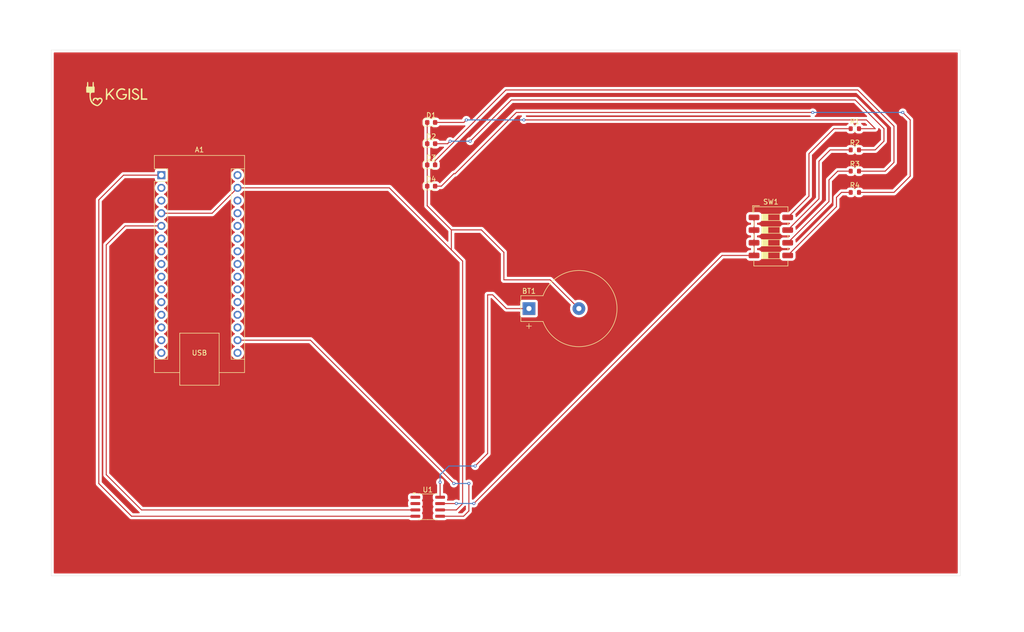
<source format=kicad_pcb>
(kicad_pcb (version 20241229) (generator "pcbnew") (generator_version "9.0")
  (layers (0 "F.Cu" signal) (2 "B.Cu" signal) (13 "F.Paste" user) (15 "B.Paste" user) (5 "F.SilkS" user "F.Silkscreen") (7 "B.SilkS" user "B.Silkscreen") (1 "F.Mask" user) (3 "B.Mask" user) (25 "Edge.Cuts" user))
  (net 0 "")
  (net 1 "Net-(U1-GND)")
  (net 11 "Net-(A1-3V3)")
  (net 15 "Net-(A1-D2)")
  (net 29 "Net-(A1-D1{slash}TX)")
  (net 30 "Net-(BT1-+)")
  (net 31 "GND")
  (net 32 "Net-(D2-A)")
  (net 33 "Net-(D3-A)")
  (net 34 "Net-(D4-A)")
  (net 35 "Net-(R1-Pad1)")
  (net 36 "Net-(R2-Pad1)")
  (net 37 "Net-(R3-Pad1)")
  (net 38 "Net-(R4-Pad1)")
  (net 39 "Net-(U1-IN-)")
  (footprint "Module:Arduino_Nano" (layer "F.Cu") (at 81.26 67.55)
    (property "Reference" "A1" (at 7.62 -5.08 0) (layer "F.SilkS"))
    (property "Value" "Arduino_Nano_ESP32")
    (fp_line (start -1.4 -3.94) (end -1.4 -1.27) (stroke (width 0.12)) (layer "F.SilkS"))
    (fp_line (start -1.4 1.27) (end -1.4 39.5) (stroke (width 0.12)) (layer "F.SilkS"))
    (fp_line (start -1.4 39.5) (end 3.68 39.5) (stroke (width 0.12)) (layer "F.SilkS"))
    (fp_line (start 1.27 -1.27) (end -1.4 -1.27) (stroke (width 0.12)) (layer "F.SilkS"))
    (fp_line (start 1.27 1.27) (end -1.4 1.27) (stroke (width 0.12)) (layer "F.SilkS"))
    (fp_line (start 1.27 1.27) (end 1.27 -1.27) (stroke (width 0.12)) (layer "F.SilkS"))
    (fp_line (start 1.27 1.27) (end 1.27 36.83) (stroke (width 0.12)) (layer "F.SilkS"))
    (fp_line (start 1.27 36.83) (end -1.4 36.83) (stroke (width 0.12)) (layer "F.SilkS"))
    (fp_line (start 3.68 31.62) (end 11.56 31.62) (stroke (width 0.12)) (layer "F.SilkS"))
    (fp_line (start 3.68 42.04) (end 3.68 31.62) (stroke (width 0.12)) (layer "F.SilkS"))
    (fp_line (start 11.56 31.62) (end 11.56 42.04) (stroke (width 0.12)) (layer "F.SilkS"))
    (fp_line (start 11.56 42.04) (end 3.68 42.04) (stroke (width 0.12)) (layer "F.SilkS"))
    (fp_line (start 13.97 -1.27) (end 13.97 36.83) (stroke (width 0.12)) (layer "F.SilkS"))
    (fp_line (start 13.97 -1.27) (end 16.64 -1.27) (stroke (width 0.12)) (layer "F.SilkS"))
    (fp_line (start 13.97 36.83) (end 16.64 36.83) (stroke (width 0.12)) (layer "F.SilkS"))
    (fp_line (start 16.64 -3.94) (end -1.4 -3.94) (stroke (width 0.12)) (layer "F.SilkS"))
    (fp_line (start 16.64 39.5) (end 11.56 39.5) (stroke (width 0.12)) (layer "F.SilkS"))
    (fp_line (start 16.64 39.5) (end 16.64 -3.94) (stroke (width 0.12)) (layer "F.SilkS"))
    (fp_text user "USB" (at 7.62 35.56 0) (layer "F.SilkS"))
    (pad "1" thru_hole rect (at 0 0) (size 1.6 1.6) (drill 1) (layers "*.Cu" "*.Mask") (net 29 "Net-(A1-D1{slash}TX)"))
    (pad "2" thru_hole oval (at 0 2.54) (size 1.6 1.6) (drill 1) (layers "*.Cu" "*.Mask"))
    (pad "3" thru_hole oval (at 0 5.08) (size 1.6 1.6) (drill 1) (layers "*.Cu" "*.Mask"))
    (pad "4" thru_hole oval (at 0 7.62) (size 1.6 1.6) (drill 1) (layers "*.Cu" "*.Mask") (net 1 "Net-(U1-GND)"))
    (pad "5" thru_hole oval (at 0 10.16) (size 1.6 1.6) (drill 1) (layers "*.Cu" "*.Mask") (net 15 "Net-(A1-D2)"))
    (pad "6" thru_hole oval (at 0 12.7) (size 1.6 1.6) (drill 1) (layers "*.Cu" "*.Mask"))
    (pad "7" thru_hole oval (at 0 15.24) (size 1.6 1.6) (drill 1) (layers "*.Cu" "*.Mask"))
    (pad "8" thru_hole oval (at 0 17.78) (size 1.6 1.6) (drill 1) (layers "*.Cu" "*.Mask"))
    (pad "9" thru_hole oval (at 0 20.32) (size 1.6 1.6) (drill 1) (layers "*.Cu" "*.Mask"))
    (pad "10" thru_hole oval (at 0 22.86) (size 1.6 1.6) (drill 1) (layers "*.Cu" "*.Mask"))
    (pad "11" thru_hole oval (at 0 25.4) (size 1.6 1.6) (drill 1) (layers "*.Cu" "*.Mask"))
    (pad "12" thru_hole oval (at 0 27.94) (size 1.6 1.6) (drill 1) (layers "*.Cu" "*.Mask"))
    (pad "13" thru_hole oval (at 0 30.48) (size 1.6 1.6) (drill 1) (layers "*.Cu" "*.Mask"))
    (pad "14" thru_hole oval (at 0 33.02) (size 1.6 1.6) (drill 1) (layers "*.Cu" "*.Mask"))
    (pad "15" thru_hole oval (at 0 35.56) (size 1.6 1.6) (drill 1) (layers "*.Cu" "*.Mask"))
    (pad "16" thru_hole oval (at 15.24 35.56) (size 1.6 1.6) (drill 1) (layers "*.Cu" "*.Mask"))
    (pad "17" thru_hole oval (at 15.24 33.02) (size 1.6 1.6) (drill 1) (layers "*.Cu" "*.Mask") (net 11 "Net-(A1-3V3)"))
    (pad "18" thru_hole oval (at 15.24 30.48) (size 1.6 1.6) (drill 1) (layers "*.Cu" "*.Mask"))
    (pad "19" thru_hole oval (at 15.24 27.94) (size 1.6 1.6) (drill 1) (layers "*.Cu" "*.Mask"))
    (pad "20" thru_hole oval (at 15.24 25.4) (size 1.6 1.6) (drill 1) (layers "*.Cu" "*.Mask"))
    (pad "21" thru_hole oval (at 15.24 22.86) (size 1.6 1.6) (drill 1) (layers "*.Cu" "*.Mask"))
    (pad "22" thru_hole oval (at 15.24 20.32) (size 1.6 1.6) (drill 1) (layers "*.Cu" "*.Mask"))
    (pad "23" thru_hole oval (at 15.24 17.78) (size 1.6 1.6) (drill 1) (layers "*.Cu" "*.Mask"))
    (pad "24" thru_hole oval (at 15.24 15.24) (size 1.6 1.6) (drill 1) (layers "*.Cu" "*.Mask"))
    (pad "25" thru_hole oval (at 15.24 12.7) (size 1.6 1.6) (drill 1) (layers "*.Cu" "*.Mask"))
    (pad "26" thru_hole oval (at 15.24 10.16) (size 1.6 1.6) (drill 1) (layers "*.Cu" "*.Mask"))
    (pad "27" thru_hole oval (at 15.24 7.62) (size 1.6 1.6) (drill 1) (layers "*.Cu" "*.Mask"))
    (pad "28" thru_hole oval (at 15.24 5.08) (size 1.6 1.6) (drill 1) (layers "*.Cu" "*.Mask"))
    (pad "29" thru_hole oval (at 15.24 2.54) (size 1.6 1.6) (drill 1) (layers "*.Cu" "*.Mask") (net 1 "Net-(U1-GND)"))
    (pad "30" thru_hole oval (at 15.24 0) (size 1.6 1.6) (drill 1) (layers "*.Cu" "*.Mask"))
  )
  (footprint "Resistor_SMD:R_0603_1608Metric" (layer "F.Cu") (at 219.925 58.25)
    (property "Reference" "R1" (at 0 -1.43 0) (layer "F.SilkS"))
    (property "Value" "R")
    (fp_line (start -0.237258 -0.5225) (end 0.237258 -0.5225) (stroke (width 0.12)) (layer "F.SilkS"))
    (fp_line (start -0.237258 0.5225) (end 0.237258 0.5225) (stroke (width 0.12)) (layer "F.SilkS"))
    (pad "1" smd roundrect (at -0.825 0) (size 0.8 0.95) (layers "F.Cu" "F.Mask" "F.Paste") (net 35 "Net-(R1-Pad1)"))
    (pad "2" smd roundrect (at 0.825 0) (size 0.8 0.95) (layers "F.Cu" "F.Mask" "F.Paste") (net 1 "Net-(U1-GND)"))
  )
  (footprint "Resistor_SMD:R_0603_1608Metric" (layer "F.Cu") (at 219.925 66.75)
    (property "Reference" "R3" (at 0 -1.43 0) (layer "F.SilkS"))
    (property "Value" "R")
    (fp_line (start -0.237258 -0.5225) (end 0.237258 -0.5225) (stroke (width 0.12)) (layer "F.SilkS"))
    (fp_line (start -0.237258 0.5225) (end 0.237258 0.5225) (stroke (width 0.12)) (layer "F.SilkS"))
    (pad "1" smd roundrect (at -0.825 0) (size 0.8 0.95) (layers "F.Cu" "F.Mask" "F.Paste") (net 37 "Net-(R3-Pad1)"))
    (pad "2" smd roundrect (at 0.825 0) (size 0.8 0.95) (layers "F.Cu" "F.Mask" "F.Paste") (net 33 "Net-(D3-A)"))
  )
  (footprint "LED_SMD:LED_0603_1608Metric" (layer "F.Cu") (at 135.2125 57)
    (property "Reference" "D1" (at 0 -1.43 0) (layer "F.SilkS"))
    (property "Value" "LED")
    (fp_line (start -1.485 -0.735) (end -1.485 0.735) (stroke (width 0.12)) (layer "F.SilkS"))
    (fp_line (start -1.485 0.735) (end 0.8 0.735) (stroke (width 0.12)) (layer "F.SilkS"))
    (fp_line (start 0.8 -0.735) (end -1.485 -0.735) (stroke (width 0.12)) (layer "F.SilkS"))
    (pad "1" smd roundrect (at -0.7875 0) (size 0.875 0.95) (layers "F.Cu" "F.Mask" "F.Paste") (net 1 "Net-(U1-GND)"))
    (pad "2" smd roundrect (at 0.7875 0) (size 0.875 0.95) (layers "F.Cu" "F.Mask" "F.Paste") (net 1 "Net-(U1-GND)"))
  )
  (footprint "LED_SMD:LED_0603_1608Metric" (layer "F.Cu") (at 135.2125 61.25)
    (property "Reference" "D2" (at 0 -1.43 0) (layer "F.SilkS"))
    (property "Value" "LED")
    (fp_line (start -1.485 -0.735) (end -1.485 0.735) (stroke (width 0.12)) (layer "F.SilkS"))
    (fp_line (start -1.485 0.735) (end 0.8 0.735) (stroke (width 0.12)) (layer "F.SilkS"))
    (fp_line (start 0.8 -0.735) (end -1.485 -0.735) (stroke (width 0.12)) (layer "F.SilkS"))
    (pad "1" smd roundrect (at -0.7875 0) (size 0.875 0.95) (layers "F.Cu" "F.Mask" "F.Paste") (net 1 "Net-(U1-GND)"))
    (pad "2" smd roundrect (at 0.7875 0) (size 0.875 0.95) (layers "F.Cu" "F.Mask" "F.Paste") (net 32 "Net-(D2-A)"))
  )
  (footprint "Package_SO:SOIC-8_3.9x4.9mm_P1.27mm" (layer "F.Cu") (at 134.525 133.905)
    (property "Reference" "U1" (at 0 -3.4 0) (layer "F.SilkS"))
    (property "Value" "INA219AxD")
    (fp_line (start 0 -2.56) (end -1.95 -2.56) (stroke (width 0.12)) (layer "F.SilkS"))
    (fp_line (start 0 -2.56) (end 1.95 -2.56) (stroke (width 0.12)) (layer "F.SilkS"))
    (fp_line (start 0 2.56) (end -1.95 2.56) (stroke (width 0.12)) (layer "F.SilkS"))
    (fp_line (start 0 2.56) (end 1.95 2.56) (stroke (width 0.12)) (layer "F.SilkS"))
    (fp_poly (pts (xy -2.7 -2.465) (xy -2.94 -2.795) (xy -2.46 -2.795) (xy -2.7 -2.465)) (stroke (width 0.12)) (fill yes) (layer "F.SilkS"))
    (pad "1" smd roundrect (at -2.475 -1.905) (size 1.95 0.6) (layers "F.Cu" "F.Mask" "F.Paste"))
    (pad "2" smd roundrect (at -2.475 -0.635) (size 1.95 0.6) (layers "F.Cu" "F.Mask" "F.Paste"))
    (pad "3" smd roundrect (at -2.475 0.635) (size 1.95 0.6) (layers "F.Cu" "F.Mask" "F.Paste") (net 15 "Net-(A1-D2)"))
    (pad "4" smd roundrect (at -2.475 1.905) (size 1.95 0.6) (layers "F.Cu" "F.Mask" "F.Paste") (net 29 "Net-(A1-D1{slash}TX)"))
    (pad "5" smd roundrect (at 2.475 1.905) (size 1.95 0.6) (layers "F.Cu" "F.Mask" "F.Paste") (net 11 "Net-(A1-3V3)"))
    (pad "6" smd roundrect (at 2.475 0.635) (size 1.95 0.6) (layers "F.Cu" "F.Mask" "F.Paste") (net 1 "Net-(U1-GND)"))
    (pad "7" smd roundrect (at 2.475 -0.635) (size 1.95 0.6) (layers "F.Cu" "F.Mask" "F.Paste") (net 39 "Net-(U1-IN-)"))
    (pad "8" smd roundrect (at 2.475 -1.905) (size 1.95 0.6) (layers "F.Cu" "F.Mask" "F.Paste") (net 30 "Net-(BT1-+)"))
  )
  (footprint "LED_SMD:LED_0603_1608Metric" (layer "F.Cu") (at 135.2125 69.75)
    (property "Reference" "D4" (at 0 -1.43 0) (layer "F.SilkS"))
    (property "Value" "LED")
    (fp_line (start -1.485 -0.735) (end -1.485 0.735) (stroke (width 0.12)) (layer "F.SilkS"))
    (fp_line (start -1.485 0.735) (end 0.8 0.735) (stroke (width 0.12)) (layer "F.SilkS"))
    (fp_line (start 0.8 -0.735) (end -1.485 -0.735) (stroke (width 0.12)) (layer "F.SilkS"))
    (pad "1" smd roundrect (at -0.7875 0) (size 0.875 0.95) (layers "F.Cu" "F.Mask" "F.Paste") (net 1 "Net-(U1-GND)"))
    (pad "2" smd roundrect (at 0.7875 0) (size 0.875 0.95) (layers "F.Cu" "F.Mask" "F.Paste") (net 34 "Net-(D4-A)"))
  )
  (footprint "Resistor_SMD:R_0603_1608Metric" (layer "F.Cu") (at 219.925 71)
    (property "Reference" "R4" (at 0 -1.43 0) (layer "F.SilkS"))
    (property "Value" "R")
    (fp_line (start -0.237258 -0.5225) (end 0.237258 -0.5225) (stroke (width 0.12)) (layer "F.SilkS"))
    (fp_line (start -0.237258 0.5225) (end 0.237258 0.5225) (stroke (width 0.12)) (layer "F.SilkS"))
    (pad "1" smd roundrect (at -0.825 0) (size 0.8 0.95) (layers "F.Cu" "F.Mask" "F.Paste") (net 38 "Net-(R4-Pad1)"))
    (pad "2" smd roundrect (at 0.825 0) (size 0.8 0.95) (layers "F.Cu" "F.Mask" "F.Paste") (net 34 "Net-(D4-A)"))
  )
  (footprint "Battery:BatteryHolder_Keystone_500" (layer "F.Cu") (at 154.7678 94.25)
    (property "Reference" "BT1" (at 0 -3.5 0) (layer "F.SilkS"))
    (property "Value" "Battery")
    (fp_line (start -1.6256 -2.5781) (end -1.6256 2.5781) (stroke (width 0.12)) (layer "F.SilkS"))
    (fp_line (start -1.6256 -2.5781) (end 2.81 -2.5781) (stroke (width 0.12)) (layer "F.SilkS"))
    (fp_line (start -1.6256 2.5781) (end 2.81 2.5781) (stroke (width 0.12)) (layer "F.SilkS"))
    (fp_line (start 0 3) (end 0 4) (stroke (width 0.12)) (layer "F.SilkS"))
    (fp_line (start 0.5 3.5) (end -0.5 3.5) (stroke (width 0.12)) (layer "F.SilkS"))
    (fp_arc (start 2.81 -2.5781) (mid 17.603686 0) (end 2.81 2.5781) (stroke (width 0.12)) (layer "F.SilkS"))
    (pad "1" thru_hole rect (at 0 0) (size 2.54 2.54) (drill 1.016) (layers "*.Cu" "*.Mask") (net 30 "Net-(BT1-+)"))
    (pad "2" thru_hole circle (at 9.9822 0) (size 2.54 2.54) (drill 1.016) (layers "*.Cu" "*.Mask") (net 1 "Net-(U1-GND)"))
  )
  (footprint "LED_SMD:LED_0603_1608Metric" (layer "F.Cu") (at 135.2125 65.5)
    (property "Reference" "D3" (at 0 -1.43 0) (layer "F.SilkS"))
    (property "Value" "LED")
    (fp_line (start -1.485 -0.735) (end -1.485 0.735) (stroke (width 0.12)) (layer "F.SilkS"))
    (fp_line (start -1.485 0.735) (end 0.8 0.735) (stroke (width 0.12)) (layer "F.SilkS"))
    (fp_line (start 0.8 -0.735) (end -1.485 -0.735) (stroke (width 0.12)) (layer "F.SilkS"))
    (pad "1" smd roundrect (at -0.7875 0) (size 0.875 0.95) (layers "F.Cu" "F.Mask" "F.Paste") (net 1 "Net-(U1-GND)"))
    (pad "2" smd roundrect (at 0.7875 0) (size 0.875 0.95) (layers "F.Cu" "F.Mask" "F.Paste") (net 33 "Net-(D3-A)"))
  )
  (footprint "logo:final logo" (layer "F.Cu") (at 72 51)
    (property "Reference" "G***" (hide yes))
    (property "Value" "LOGO" (hide yes))
    (fp_poly (pts (xy 3.013559 0.338256) (xy 3.013559 1.476028) (xy 2.859806 1.476028) (xy 2.706053 1.476028) (xy 2.706053 0.338256) (xy 2.706053 -0.799517) (xy 2.859806 -0.799517) (xy 3.013559 -0.799517)) (fill yes) (layer "F.SilkS"))
    (fp_poly (pts (xy 5.473607 0.184503) (xy 5.473607 1.168522) (xy 5.965617 1.168522) (xy 6.209634 1.170161) (xy 6.355746 1.180304) (xy 6.42905 1.206796) (xy 6.454641 1.257478) (xy 6.457627 1.322275) (xy 6.457627 1.476028) (xy 5.811864 1.476028) (xy 5.166101 1.476028) (xy 5.166101 0.338256) (xy 5.166101 -0.799517) (xy 5.319854 -0.799517) (xy 5.473607 -0.799517)) (fill yes) (layer "F.SilkS"))
    (fp_poly (pts (xy -1.634351 -0.820816) (xy -1.597067 -0.777477) (xy -1.574154 -0.677774) (xy -1.560336 -0.499227) (xy -1.550688 -0.231339) (xy -1.533094 0.367589) (xy -1.003024 -0.215964) (xy -0.772176 -0.46514) (xy -0.602468 -0.633842) (xy -0.476561 -0.736307) (xy -0.377113 -0.786772) (xy -0.292252 -0.799517) (xy -0.111549 -0.799517) (xy -0.35782 -0.507386) (xy -0.534511 -0.306342) (xy -0.720713 -0.107381) (xy -0.819607 -0.008351) (xy -1.035123 0.198554) (xy -0.548312 0.786355) (xy -0.362288 1.014858) (xy -0.209066 1.210471) (xy -0.103812 1.353293) (xy -0.061694 1.423426) (xy -0.061502 1.425093) (xy -0.113538 1.465316) (xy -0.195513 1.476028) (xy -0.298519 1.434841) (xy -0.440852 1.332896) (xy -0.586087 1.202615) (xy -0.697798 1.076421) (xy -0.739659 0.991664) (xy -0.778902 0.928934) (xy -0.878541 0.806958) (xy -0.977622 0.695504) (xy -1.213941 0.43774) (xy -1.375736 0.606618) (xy -1.472967 0.729641) (xy -1.52173 0.866937) (xy -1.537123 1.066951) (xy -1.537531 1.125762) (xy -1.541165 1.323719) (xy -1.560812 1.428332) (xy -1.609591 1.469222) (xy -1.692641 1.476028) (xy -1.847751 1.476028) (xy -1.831019 0.322881) (xy -1.824594 -0.080004) (xy -1.817395 -0.376245) (xy -1.807442 -0.582195) (xy -1.792752 -0.714208) (xy -1.771344 -0.788636) (xy -1.741236 -0.821832) (xy -1.700447 -0.83015) (xy -1.691284 -0.830267)) (fill yes) (layer "F.SilkS"))
    (fp_poly (pts (xy 1.575987 -0.832821) (xy 1.728231 -0.791438) (xy 1.955716 -0.69347) (xy 2.061338 -0.591014) (xy 2.046195 -0.4829) (xy 2.033445 -0.465966) (xy 1.965022 -0.407671) (xy 1.878967 -0.416578) (xy 1.780402 -0.46288) (xy 1.489406 -0.550421) (xy 1.194979 -0.531391) (xy 0.923102 -0.418652) (xy 0.699753 -0.225068) (xy 0.550913 0.036498) (xy 0.517034 0.162644) (xy 0.51713 0.387765) (xy 0.579359 0.637973) (xy 0.686239 0.864002) (xy 0.820016 1.016397) (xy 1.08467 1.146139) (xy 1.374816 1.19909) (xy 1.632823 1.167518) (xy 1.83146 1.06151) (xy 1.992524 0.903979) (xy 2.082476 0.731472) (xy 2.091041 0.668219) (xy 2.072062 0.598969) (xy 1.995531 0.564471) (xy 1.832058 0.553763) (xy 1.783535 0.55351) (xy 1.599091 0.547034) (xy 1.507102 0.519547) (xy 1.477344 0.458958) (xy 1.476029 0.430508) (xy 1.486752 0.368049) (xy 1.535784 0.33119) (xy 1.648413 0.313302) (xy 1.849928 0.307757) (xy 1.945286 0.307505) (xy 2.414543 0.307505) (xy 2.382557 0.591286) (xy 2.288768 0.924272) (xy 2.100394 1.191799) (xy 1.835022 1.378231) (xy 1.510243 1.467931) (xy 1.390057 1.473621) (xy 1.164716 1.454741) (xy 0.958933 1.40983) (xy 0.891767 1.384557) (xy 0.583775 1.181148) (xy 0.365648 0.916558) (xy 0.237411 0.611971) (xy 0.19909 0.288572) (xy 0.25071 -0.032452) (xy 0.392297 -0.329917) (xy 0.623874 -0.582637) (xy 0.889223 -0.745416) (xy 1.233577 -0.847692)) (fill yes) (layer "F.SilkS"))
    (fp_poly (pts (xy 4.28181 -0.833886) (xy 4.429571 -0.764105) (xy 4.593067 -0.641982) (xy 4.629426 -0.607639) (xy 4.741811 -0.486949) (xy 4.774284 -0.41205) (xy 4.737744 -0.345773) (xy 4.713589 -0.320646) (xy 4.631955 -0.255913) (xy 4.570089 -0.284454) (xy 4.521092 -0.349269) (xy 4.369032 -0.484234) (xy 4.171264 -0.555626) (xy 3.967633 -0.559707) (xy 3.797985 -0.492736) (xy 3.732962 -0.423254) (xy 3.684222 -0.252933) (xy 3.755404 -0.09269) (xy 3.943555 0.053053) (xy 4.100288 0.127246) (xy 4.464626 0.307683) (xy 4.71181 0.504959) (xy 4.839776 0.717133) (xy 4.858595 0.84068) (xy 4.825468 1.087773) (xy 4.712484 1.265596) (xy 4.499235 1.404427) (xy 4.46925 1.418405) (xy 4.297332 1.492641) (xy 4.176205 1.522093) (xy 4.047118 1.512316) (xy 3.875461 1.474537) (xy 3.718904 1.405714) (xy 3.55193 1.285911) (xy 3.410032 1.146718) (xy 3.328704 1.019725) (xy 3.321065 0.981118) (xy 3.362453 0.894701) (xy 3.462389 0.883388) (xy 3.584525 0.94402) (xy 3.650277 1.009728) (xy 3.826677 1.152327) (xy 4.043256 1.219066) (xy 4.25864 1.204567) (xy 4.424672 1.110436) (xy 4.531121 0.930913) (xy 4.539439 0.811165) (xy 4.511791 0.718308) (xy 4.437771 0.633715) (xy 4.295037 0.53893) (xy 4.061245 0.415499) (xy 4.059079 0.414413) (xy 3.830277 0.289738) (xy 3.635199 0.165583) (xy 3.50853 0.0645) (xy 3.491561 0.045405) (xy 3.397302 -0.159554) (xy 3.406535 -0.368323) (xy 3.501934 -0.561626) (xy 3.666174 -0.720186) (xy 3.88193 -0.824724) (xy 4.131876 -0.855965)) (fill yes) (layer "F.SilkS"))
    (fp_poly (pts (xy -4.279598 -2.084472) (xy -4.254106 -1.968985) (xy -4.24445 -1.759435) (xy -4.243584 -1.619533) (xy -4.238791 -1.380472) (xy -4.221207 -1.241207) (xy -4.186025 -1.178786) (xy -4.149105 -1.168524) (xy -4.105459 -1.151052) (xy -4.079263 -1.084551) (xy -4.067808 -0.947893) (xy -4.068385 -0.719952) (xy -4.072229 -0.568887) (xy -4.089831 0.03075) (xy -4.437043 0.049003) (xy -4.624547 0.06541) (xy -4.745878 0.106086) (xy -4.815471 0.193765) (xy -4.847764 0.351179) (xy -4.857193 0.601061) (xy -4.857756 0.711476) (xy -4.80923 1.189396) (xy -4.667041 1.613333) (xy -4.439658 1.969766) (xy -4.135545 2.245172) (xy -3.789742 2.417256) (xy -3.49398 2.518032) (xy -3.263517 2.332826) (xy -2.997552 2.082018) (xy -2.811623 1.827982) (xy -2.735076 1.644792) (xy -2.74261 1.482354) (xy -2.833321 1.366022) (xy -2.972482 1.306852) (xy -3.125367 1.3159) (xy -3.25725 1.404224) (xy -3.297143 1.46583) (xy -3.391687 1.627639) (xy -3.470422 1.674628) (xy -3.553485 1.609613) (xy -3.618113 1.510694) (xy -3.76526 1.337425) (xy -3.919243 1.281031) (xy -4.06099 1.338148) (xy -4.171431 1.505407) (xy -4.205525 1.614406) (xy -4.263896 1.736983) (xy -4.338938 1.783534) (xy -4.441167 1.736363) (xy -4.481908 1.616348) (xy -4.463589 1.455736) (xy -4.388641 1.286774) (xy -4.292744 1.170224) (xy -4.120982 1.079823) (xy -3.893153 1.044751) (xy -3.665284 1.069695) (xy -3.563028 1.109185) (xy -3.407512 1.13776) (xy -3.313617 1.103035) (xy -3.076348 1.032152) (xy -2.836412 1.05276) (xy -2.637217 1.159168) (xy -2.600542 1.196552) (xy -2.487885 1.414471) (xy -2.482415 1.668155) (xy -2.578939 1.943359) (xy -2.772267 2.225839) (xy -3.057206 2.501351) (xy -3.083852 2.522702) (xy -3.298868 2.676186) (xy -3.475813 2.746993) (xy -3.660553 2.741933) (xy -3.898955 2.667814) (xy -3.944109 2.650406) (xy -4.350643 2.442307) (xy -4.665752 2.167952) (xy -4.893683 1.819906) (xy -5.038682 1.390735) (xy -5.104997 0.873004) (xy -5.110294 0.608601) (xy -5.106077 0.067877) (xy -5.42822 0.049314) (xy -5.750364 0.03075) (xy -5.767966 -0.568887) (xy -5.77344 -0.849154) (xy -5.768207 -1.027806) (xy -5.749557 -1.125971) (xy -5.714781 -1.164777) (xy -5.69109 -1.168524) (xy -5.641183 -1.191278) (xy -5.612025 -1.274802) (xy -5.598859 -1.441992) (xy -5.596611 -1.623203) (xy -5.589142 -1.881831) (xy -5.564552 -2.036762) (xy -5.519566 -2.106524) (xy -5.510372 -2.110975) (xy -5.434262 -2.125326) (xy -5.38662 -2.084472) (xy -5.361128 -1.968985) (xy -5.351471 -1.759435) (xy -5.350606 -1.619533) (xy -5.350606 -1.168524) (xy -4.920097 -1.168524) (xy -4.489589 -1.168524) (xy -4.489589 -1.623203) (xy -4.48212 -1.881831) (xy -4.45753 -2.036762) (xy -4.412544 -2.106524) (xy -4.40335 -2.110975) (xy -4.32724 -2.125326)) (fill yes) (layer "F.SilkS"))
  )
  (footprint "Button_Switch_SMD:SW_DIP_SPSTx04_Slide_6.7x11.72mm_W6.73mm_P2.54mm_LowProfile_JPin" (layer "F.Cu") (at 203.135 79.81)
    (property "Reference" "SW1" (at 0 -6.92 0) (layer "F.SilkS"))
    (property "Value" "SW_DIP_x04")
    (fp_line (start -3.65 -6.16) (end -3.65 -4.777) (stroke (width 0.12)) (layer "F.SilkS"))
    (fp_line (start -3.65 -6.16) (end -2.267 -6.16) (stroke (width 0.12)) (layer "F.SilkS"))
    (fp_line (start -3.41 -5.92) (end -3.41 -4.61) (stroke (width 0.12)) (layer "F.SilkS"))
    (fp_line (start -3.41 -5.92) (end 3.41 -5.92) (stroke (width 0.12)) (layer "F.SilkS"))
    (fp_line (start -3.41 -3.01) (end -3.41 -2.07) (stroke (width 0.12)) (layer "F.SilkS"))
    (fp_line (start -3.41 -0.47) (end -3.41 0.47) (stroke (width 0.12)) (layer "F.SilkS"))
    (fp_line (start -3.41 2.07) (end -3.41 3.01) (stroke (width 0.12)) (layer "F.SilkS"))
    (fp_line (start -3.41 4.61) (end -3.41 5.92) (stroke (width 0.12)) (layer "F.SilkS"))
    (fp_line (start -3.41 5.92) (end 3.41 5.92) (stroke (width 0.12)) (layer "F.SilkS"))
    (fp_line (start -0.603333 -4.445) (end -0.603333 -3.175) (stroke (width 0.12)) (layer "F.SilkS"))
    (fp_line (start -0.603333 -1.905) (end -0.603333 -0.635) (stroke (width 0.12)) (layer "F.SilkS"))
    (fp_line (start -0.603333 0.635) (end -0.603333 1.905) (stroke (width 0.12)) (layer "F.SilkS"))
    (fp_line (start -0.603333 3.175) (end -0.603333 4.445) (stroke (width 0.12)) (layer "F.SilkS"))
    (fp_line (start 3.41 -5.92) (end 3.41 -4.61) (stroke (width 0.12)) (layer "F.SilkS"))
    (fp_line (start 3.41 -3.01) (end 3.41 -2.07) (stroke (width 0.12)) (layer "F.SilkS"))
    (fp_line (start 3.41 -0.47) (end 3.41 0.47) (stroke (width 0.12)) (layer "F.SilkS"))
    (fp_line (start 3.41 2.07) (end 3.41 3.01) (stroke (width 0.12)) (layer "F.SilkS"))
    (fp_line (start 3.41 4.61) (end 3.41 5.92) (stroke (width 0.12)) (layer "F.SilkS"))
    (fp_rect (start -1.81 -4.445) (end -0.603333 -3.175) (stroke (width 0.12)) (fill yes) (layer "F.SilkS"))
    (fp_rect (start -1.81 -4.445) (end 1.81 -3.175) (stroke (width 0.12)) (fill no) (layer "F.SilkS"))
    (fp_rect (start -1.81 -1.905) (end -0.603333 -0.635) (stroke (width 0.12)) (fill yes) (layer "F.SilkS"))
    (fp_rect (start -1.81 -1.905) (end 1.81 -0.635) (stroke (width 0.12)) (fill no) (layer "F.SilkS"))
    (fp_rect (start -1.81 0.635) (end -0.603333 1.905) (stroke (width 0.12)) (fill yes) (layer "F.SilkS"))
    (fp_rect (start -1.81 0.635) (end 1.81 1.905) (stroke (width 0.12)) (fill no) (layer "F.SilkS"))
    (fp_rect (start -1.81 3.175) (end -0.603333 4.445) (stroke (width 0.12)) (fill yes) (layer "F.SilkS"))
    (fp_rect (start -1.81 3.175) (end 1.81 4.445) (stroke (width 0.12)) (fill no) (layer "F.SilkS"))
    (pad "1" smd roundrect (at -3.365 -3.81) (size 2.16 1.12) (layers "F.Cu" "F.Mask" "F.Paste") (roundrect_rratio 0.223214) (net 39 "Net-(U1-IN-)"))
    (pad "2" smd roundrect (at -3.365 -1.27) (size 2.16 1.12) (layers "F.Cu" "F.Mask" "F.Paste") (roundrect_rratio 0.223214) (net 39 "Net-(U1-IN-)"))
    (pad "3" smd roundrect (at -3.365 1.27) (size 2.16 1.12) (layers "F.Cu" "F.Mask" "F.Paste") (roundrect_rratio 0.223214) (net 39 "Net-(U1-IN-)"))
    (pad "4" smd roundrect (at -3.365 3.81) (size 2.16 1.12) (layers "F.Cu" "F.Mask" "F.Paste") (roundrect_rratio 0.223214) (net 39 "Net-(U1-IN-)"))
    (pad "5" smd roundrect (at 3.365 3.81) (size 2.16 1.12) (layers "F.Cu" "F.Mask" "F.Paste") (roundrect_rratio 0.223214) (net 38 "Net-(R4-Pad1)"))
    (pad "6" smd roundrect (at 3.365 1.27) (size 2.16 1.12) (layers "F.Cu" "F.Mask" "F.Paste") (roundrect_rratio 0.223214) (net 37 "Net-(R3-Pad1)"))
    (pad "7" smd roundrect (at 3.365 -1.27) (size 2.16 1.12) (layers "F.Cu" "F.Mask" "F.Paste") (roundrect_rratio 0.223214) (net 36 "Net-(R2-Pad1)"))
    (pad "8" smd roundrect (at 3.365 -3.81) (size 2.16 1.12) (layers "F.Cu" "F.Mask" "F.Paste") (roundrect_rratio 0.223214) (net 35 "Net-(R1-Pad1)"))
  )
  (footprint "Resistor_SMD:R_0603_1608Metric" (layer "F.Cu") (at 219.925 62.5)
    (property "Reference" "R2" (at 0 -1.43 0) (layer "F.SilkS"))
    (property "Value" "R")
    (fp_line (start -0.237258 -0.5225) (end 0.237258 -0.5225) (stroke (width 0.12)) (layer "F.SilkS"))
    (fp_line (start -0.237258 0.5225) (end 0.237258 0.5225) (stroke (width 0.12)) (layer "F.SilkS"))
    (pad "1" smd roundrect (at -0.825 0) (size 0.8 0.95) (layers "F.Cu" "F.Mask" "F.Paste") (net 36 "Net-(R2-Pad1)"))
    (pad "2" smd roundrect (at 0.825 0) (size 0.8 0.95) (layers "F.Cu" "F.Mask" "F.Paste") (net 32 "Net-(D2-A)"))
  )
  (gr_rect (start 59.25 42.5) (end 241 147.75) (stroke (width 0.05)) (fill no) (layer "Edge.Cuts"))
  (segment (start 145.25 78.5) (end 149.75 83) (width 0.2) (layer "F.Cu") (net 1))
  (segment (start 141.5 133.29) (end 140.25 134.54) (width 0.2) (layer "F.Cu") (net 1))
  (segment (start 134.425 69.75) (end 134.425 65.5) (width 0.2) (layer "F.Cu") (net 1))
  (segment (start 142.25 56.5) (end 142 56.5) (width 0.2) (layer "F.Cu") (net 1))
  (segment (start 134.425 69.75) (end 134.425 73.675) (width 0.2) (layer "F.Cu") (net 1))
  (segment (start 141.75 57) (end 136 57) (width 0.2) (layer "F.Cu") (net 1))
  (segment (start 149.75 83) (end 149.75 88.5) (width 0.2) (layer "F.Cu") (net 1))
  (segment (start 81.26 75.17) (end 91.42 75.17) (width 0.2) (layer "F.Cu") (net 1))
  (segment (start 149.75 88.5) (end 159 88.5) (width 0.2) (layer "F.Cu") (net 1))
  (segment (start 134.425 73.675) (end 139.25 78.5) (width 0.2) (layer "F.Cu") (net 1))
  (segment (start 141.5 84.75) (end 141.5 133.29) (width 0.2) (layer "F.Cu") (net 1))
  (segment (start 126.84 70.09) (end 139.25 82.5) (width 0.2) (layer "F.Cu") (net 1))
  (segment (start 159 88.5) (end 164.75 94.25) (width 0.2) (layer "F.Cu") (net 1))
  (segment (start 96.5 70.09) (end 126.84 70.09) (width 0.2) (layer "F.Cu") (net 1))
  (segment (start 91.42 75.17) (end 96.5 70.09) (width 0.2) (layer "F.Cu") (net 1))
  (segment (start 142.25 56.5) (end 141.75 57) (width 0.2) (layer "F.Cu") (net 1))
  (segment (start 224 58.25) (end 220.75 58.25) (width 0.2) (layer "F.Cu") (net 1))
  (segment (start 153.75 56.5) (end 222.25 56.5) (width 0.2) (layer "F.Cu") (net 1))
  (segment (start 139.25 78.5) (end 139.25 82.5) (width 0.2) (layer "F.Cu") (net 1))
  (segment (start 139.25 82.5) (end 141.5 84.75) (width 0.2) (layer "F.Cu") (net 1))
  (segment (start 134.425 61.25) (end 134.425 57) (width 0.2) (layer "F.Cu") (net 1))
  (segment (start 222.25 56.5) (end 224 58.25) (width 0.2) (layer "F.Cu") (net 1))
  (segment (start 139.25 78.5) (end 145.25 78.5) (width 0.2) (layer "F.Cu") (net 1))
  (segment (start 137 134.54) (end 140.25 134.54) (width 0.2) (layer "F.Cu") (net 1))
  (segment (start 134.425 65.5) (end 134.425 61.25) (width 0.2) (layer "F.Cu") (net 1))
  (via (at 142.25 56.5) (size 0.6) (drill 0.3) (layers "F.Cu" "B.Cu") (net 1))
  (via (at 153.75 56.5) (size 0.6) (drill 0.3) (layers "F.Cu" "B.Cu") (net 1))
  (segment (start 153.75 56.5) (end 142.25 56.5) (width 0.2) (layer "B.Cu") (net 1))
  (segment (start 142.75 134.75) (end 141.69 135.81) (width 0.2) (layer "F.Cu") (net 11))
  (segment (start 111.07 100.57) (end 139.75 129.25) (width 0.2) (layer "F.Cu") (net 11))
  (segment (start 141.69 135.81) (end 137 135.81) (width 0.2) (layer "F.Cu") (net 11))
  (segment (start 96.5 100.57) (end 111.07 100.57) (width 0.2) (layer "F.Cu") (net 11))
  (segment (start 142.75 129.25) (end 142.75 134.75) (width 0.2) (layer "F.Cu") (net 11))
  (via (at 139.75 129.25) (size 0.6) (drill 0.3) (layers "F.Cu" "B.Cu") (net 11))
  (via (at 142.75 129.25) (size 0.6) (drill 0.3) (layers "F.Cu" "B.Cu") (net 11))
  (segment (start 139.75 129.25) (end 142.75 129.25) (width 0.2) (layer "B.Cu") (net 11))
  (segment (start 77.29 134.54) (end 132.05 134.54) (width 0.2) (layer "F.Cu") (net 15))
  (segment (start 74.04 77.71) (end 70.25 81.5) (width 0.2) (layer "F.Cu") (net 15))
  (segment (start 70.25 127.5) (end 77.29 134.54) (width 0.2) (layer "F.Cu") (net 15))
  (segment (start 70.25 81.5) (end 70.25 127.5) (width 0.2) (layer "F.Cu") (net 15))
  (segment (start 81.26 77.71) (end 74.04 77.71) (width 0.2) (layer "F.Cu") (net 15))
  (segment (start 68.75 129.25) (end 75.31 135.81) (width 0.2) (layer "F.Cu") (net 29))
  (segment (start 68.75 72.5) (end 68.75 129.25) (width 0.2) (layer "F.Cu") (net 29))
  (segment (start 73.7 67.55) (end 68.75 72.5) (width 0.2) (layer "F.Cu") (net 29))
  (segment (start 73.7 67.55) (end 81.26 67.55) (width 0.2) (layer "F.Cu") (net 29))
  (segment (start 75.31 135.81) (end 132.05 135.81) (width 0.2) (layer "F.Cu") (net 29))
  (segment (start 146.5 91.5) (end 147.5 91.5) (width 0.2) (layer "F.Cu") (net 30))
  (segment (start 150.25 94.25) (end 154.7678 94.25) (width 0.2) (layer "F.Cu") (net 30))
  (segment (start 147.5 91.5) (end 150.25 94.25) (width 0.2) (layer "F.Cu") (net 30))
  (segment (start 146.5 123.25) (end 146.5 91.5) (width 0.2) (layer "F.Cu") (net 30))
  (segment (start 144 125.75) (end 146.5 123.25) (width 0.2) (layer "F.Cu") (net 30))
  (segment (start 137 132) (end 137 129) (width 0.2) (layer "F.Cu") (net 30))
  (via (at 137 129) (size 0.6) (drill 0.3) (layers "F.Cu" "B.Cu") (net 30))
  (via (at 144 125.75) (size 0.6) (drill 0.3) (layers "F.Cu" "B.Cu") (net 30))
  (segment (start 137 129) (end 137 127.5) (width 0.2) (layer "B.Cu") (net 30))
  (segment (start 137 127.5) (end 138.75 125.75) (width 0.2) (layer "B.Cu") (net 30))
  (segment (start 138.75 125.75) (end 144 125.75) (width 0.2) (layer "B.Cu") (net 30))
  (segment (start 225.75 60.75) (end 224 62.5) (width 0.2) (layer "F.Cu") (net 32))
  (segment (start 139 60.75) (end 138.5 61.25) (width 0.2) (layer "F.Cu") (net 32))
  (segment (start 151.25 52.5) (end 220 52.5) (width 0.2) (layer "F.Cu") (net 32))
  (segment (start 138.5 61.25) (end 136 61.25) (width 0.2) (layer "F.Cu") (net 32))
  (segment (start 143 60.75) (end 151.25 52.5) (width 0.2) (layer "F.Cu") (net 32))
  (segment (start 225.75 58.25) (end 225.75 60.75) (width 0.2) (layer "F.Cu") (net 32))
  (segment (start 220 52.5) (end 225.75 58.25) (width 0.2) (layer "F.Cu") (net 32))
  (segment (start 224 62.5) (end 220.75 62.5) (width 0.2) (layer "F.Cu") (net 32))
  (via (at 139 60.75) (size 0.6) (drill 0.3) (layers "F.Cu" "B.Cu") (net 32))
  (via (at 143 60.75) (size 0.6) (drill 0.3) (layers "F.Cu" "B.Cu") (net 32))
  (segment (start 143 60.75) (end 139 60.75) (width 0.2) (layer "B.Cu") (net 32))
  (segment (start 227.75 65) (end 227.75 57.75) (width 0.2) (layer "F.Cu") (net 33))
  (segment (start 226 66.75) (end 227.75 65) (width 0.2) (layer "F.Cu") (net 33))
  (segment (start 150.16 50.5) (end 136 64.66) (width 0.2) (layer "F.Cu") (net 33))
  (segment (start 227.75 57.75) (end 220.5 50.5) (width 0.2) (layer "F.Cu") (net 33))
  (segment (start 220.5 50.5) (end 150.16 50.5) (width 0.2) (layer "F.Cu") (net 33))
  (segment (start 220.75 66.75) (end 226 66.75) (width 0.2) (layer "F.Cu") (net 33))
  (segment (start 136 64.66) (end 136 65.5) (width 0.2) (layer "F.Cu") (net 33))
  (segment (start 231 56.5) (end 231 67.75) (width 0.2) (layer "F.Cu") (net 34))
  (segment (start 229.5 55) (end 231 56.5) (width 0.2) (layer "F.Cu") (net 34))
  (segment (start 140 67.25) (end 139.75 67.25) (width 0.2) (layer "F.Cu") (net 34))
  (segment (start 231 67.75) (end 227.75 71) (width 0.2) (layer "F.Cu") (net 34))
  (segment (start 227.75 71) (end 220.75 71) (width 0.2) (layer "F.Cu") (net 34))
  (segment (start 140 67.25) (end 152.25 55) (width 0.2) (layer "F.Cu") (net 34))
  (segment (start 139.75 67.25) (end 137.25 69.75) (width 0.2) (layer "F.Cu") (net 34))
  (segment (start 152.25 55) (end 211.5 55) (width 0.2) (layer "F.Cu") (net 34))
  (segment (start 137.25 69.75) (end 136 69.75) (width 0.2) (layer "F.Cu") (net 34))
  (via (at 211.5 55) (size 0.6) (drill 0.3) (layers "F.Cu" "B.Cu") (net 34))
  (via (at 229.5 55) (size 0.6) (drill 0.3) (layers "F.Cu" "B.Cu") (net 34))
  (segment (start 211.5 55) (end 229.5 55) (width 0.2) (layer "B.Cu") (net 34))
  (segment (start 210.75 63.25) (end 215.75 58.25) (width 0.2) (layer "F.Cu") (net 35))
  (segment (start 206.5 76) (end 210.75 71.75) (width 0.2) (layer "F.Cu") (net 35))
  (segment (start 210.75 71.75) (end 210.75 63.25) (width 0.2) (layer "F.Cu") (net 35))
  (segment (start 215.75 58.25) (end 219.1 58.25) (width 0.2) (layer "F.Cu") (net 35))
  (segment (start 212.75 72.29) (end 206.5 78.54) (width 0.2) (layer "F.Cu") (net 36))
  (segment (start 215 62.5) (end 219.1 62.5) (width 0.2) (layer "F.Cu") (net 36))
  (segment (start 212.75 64.75) (end 212.75 72.29) (width 0.2) (layer "F.Cu") (net 36))
  (segment (start 212.75 64.75) (end 215 62.5) (width 0.2) (layer "F.Cu") (net 36))
  (segment (start 214.75 72.83) (end 206.5 81.08) (width 0.2) (layer "F.Cu") (net 37))
  (segment (start 214.75 72.83) (end 214.75 68.5) (width 0.2) (layer "F.Cu") (net 37))
  (segment (start 216.5 66.75) (end 219.1 66.75) (width 0.2) (layer "F.Cu") (net 37))
  (segment (start 214.75 68.5) (end 216.5 66.75) (width 0.2) (layer "F.Cu") (net 37))
  (segment (start 216.25 73.87) (end 216.25 72) (width 0.2) (layer "F.Cu") (net 38))
  (segment (start 216.25 72) (end 217.25 71) (width 0.2) (layer "F.Cu") (net 38))
  (segment (start 217.25 71) (end 219.1 71) (width 0.2) (layer "F.Cu") (net 38))
  (segment (start 206.5 83.62) (end 216.25 73.87) (width 0.2) (layer "F.Cu") (net 38))
  (segment (start 143.75 133.25) (end 193.38 83.62) (width 0.2) (layer "F.Cu") (net 39))
  (segment (start 199.77 81.08) (end 199.77 78.54) (width 0.2) (layer "F.Cu") (net 39))
  (segment (start 137 133.27) (end 140.23 133.27) (width 0.2) (layer "F.Cu") (net 39))
  (segment (start 199.77 83.62) (end 199.77 81.08) (width 0.2) (layer "F.Cu") (net 39))
  (segment (start 199.77 78.54) (end 199.77 76) (width 0.2) (layer "F.Cu") (net 39))
  (segment (start 140.23 133.27) (end 140.25 133.25) (width 0.2) (layer "F.Cu") (net 39))
  (segment (start 193.38 83.62) (end 199.77 83.62) (width 0.2) (layer "F.Cu") (net 39))
  (via (at 143.75 133.25) (size 0.6) (drill 0.3) (layers "F.Cu" "B.Cu") (net 39))
  (via (at 140.25 133.25) (size 0.6) (drill 0.3) (layers "F.Cu" "B.Cu") (net 39))
  (segment (start 143.5 133.25) (end 143.75 133.25) (width 0.2) (layer "B.Cu") (net 39))
  (segment (start 140.25 133.25) (end 143.5 133.25) (width 0.2) (layer "B.Cu") (net 39))
  (zone (net 31) (net_name "GND") (layer "F.Cu") (connect_pads (clearance 0.5)) (min_thickness 0.25) (fill yes (thermal_gap 0.5) (thermal_bridge_width 0.5) (island_removal_mode 1) (island_area_min 10))
    (polygon (pts (xy 49 32.5) (xy 253.75 34.75) (xy 252.25 155.75) (xy 50.25 159)))
  )
)
</source>
